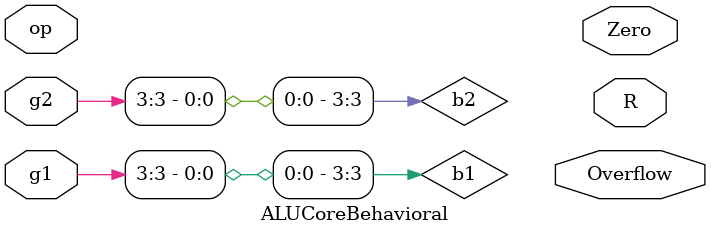
<source format=sv>
`timescale 1ns/1ns

module ALUCoreBehavioral (input [3:0]g1,g2,input [1:0]op,output Zero,Overflow,output [3:0]R);
    
    //Converting from gray to binary
    wire [3:0]b1;
    wire [3:0]b2;

    assign b1[3] = g1[3];
    assign b1[2] = b1[3] ^ g1[2];
    assign b1[1] = b1[2] ^ g1[1];
    assign b1[0] = b1[1] ^ g1[0];

    assign b2[3] = g2[3];
    assign b2[2] = b2[3] ^ g2[2];
    assign b2[1] = b2[2] ^ g2[1];
    assign b2[0] = b2[1] ^ g2[0];

    // selecting carry
    wire c_and_s_or_a;
    assign c_and_s_or_a = op[0] ^ op[1];

    //adding
    wire [3:0]c;
    //overflow


    //zero

endmodule
</source>
